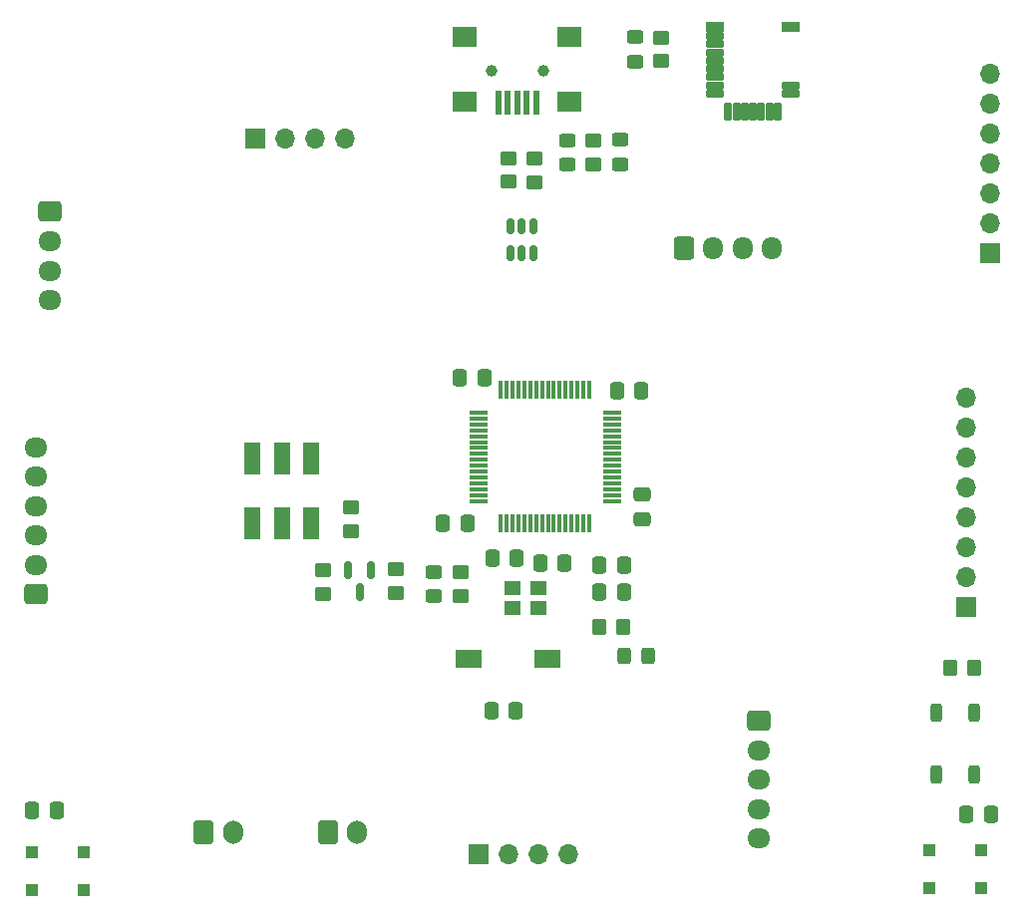
<source format=gbr>
%TF.GenerationSoftware,KiCad,Pcbnew,9.0.0*%
%TF.CreationDate,2025-05-06T13:44:15-06:00*%
%TF.ProjectId,2025_04_STM32F103_RobotBrain,32303235-5f30-4345-9f53-544d33324631,rev?*%
%TF.SameCoordinates,Original*%
%TF.FileFunction,Soldermask,Top*%
%TF.FilePolarity,Negative*%
%FSLAX46Y46*%
G04 Gerber Fmt 4.6, Leading zero omitted, Abs format (unit mm)*
G04 Created by KiCad (PCBNEW 9.0.0) date 2025-05-06 13:44:15*
%MOMM*%
%LPD*%
G01*
G04 APERTURE LIST*
G04 Aperture macros list*
%AMRoundRect*
0 Rectangle with rounded corners*
0 $1 Rounding radius*
0 $2 $3 $4 $5 $6 $7 $8 $9 X,Y pos of 4 corners*
0 Add a 4 corners polygon primitive as box body*
4,1,4,$2,$3,$4,$5,$6,$7,$8,$9,$2,$3,0*
0 Add four circle primitives for the rounded corners*
1,1,$1+$1,$2,$3*
1,1,$1+$1,$4,$5*
1,1,$1+$1,$6,$7*
1,1,$1+$1,$8,$9*
0 Add four rect primitives between the rounded corners*
20,1,$1+$1,$2,$3,$4,$5,0*
20,1,$1+$1,$4,$5,$6,$7,0*
20,1,$1+$1,$6,$7,$8,$9,0*
20,1,$1+$1,$8,$9,$2,$3,0*%
G04 Aperture macros list end*
%ADD10O,1.700000X1.700000*%
%ADD11R,1.700000X1.700000*%
%ADD12RoundRect,0.250000X-0.450000X0.350000X-0.450000X-0.350000X0.450000X-0.350000X0.450000X0.350000X0*%
%ADD13RoundRect,0.075000X0.075000X-0.700000X0.075000X0.700000X-0.075000X0.700000X-0.075000X-0.700000X0*%
%ADD14RoundRect,0.075000X0.700000X-0.075000X0.700000X0.075000X-0.700000X0.075000X-0.700000X-0.075000X0*%
%ADD15RoundRect,0.250000X0.450000X-0.350000X0.450000X0.350000X-0.450000X0.350000X-0.450000X-0.350000X0*%
%ADD16RoundRect,0.250000X-0.337500X-0.475000X0.337500X-0.475000X0.337500X0.475000X-0.337500X0.475000X0*%
%ADD17RoundRect,0.250000X-0.600000X-0.750000X0.600000X-0.750000X0.600000X0.750000X-0.600000X0.750000X0*%
%ADD18O,1.700000X2.000000*%
%ADD19RoundRect,0.250000X-0.725000X0.600000X-0.725000X-0.600000X0.725000X-0.600000X0.725000X0.600000X0*%
%ADD20O,1.950000X1.700000*%
%ADD21RoundRect,0.250000X0.450000X-0.325000X0.450000X0.325000X-0.450000X0.325000X-0.450000X-0.325000X0*%
%ADD22RoundRect,0.150000X-0.150000X0.587500X-0.150000X-0.587500X0.150000X-0.587500X0.150000X0.587500X0*%
%ADD23RoundRect,0.250000X-0.450000X0.325000X-0.450000X-0.325000X0.450000X-0.325000X0.450000X0.325000X0*%
%ADD24RoundRect,0.250000X-0.350000X-0.450000X0.350000X-0.450000X0.350000X0.450000X-0.350000X0.450000X0*%
%ADD25R,1.000000X1.000000*%
%ADD26RoundRect,0.250000X0.337500X0.475000X-0.337500X0.475000X-0.337500X-0.475000X0.337500X-0.475000X0*%
%ADD27RoundRect,0.250000X0.350000X0.450000X-0.350000X0.450000X-0.350000X-0.450000X0.350000X-0.450000X0*%
%ADD28RoundRect,0.102000X-0.700000X-0.300000X0.700000X-0.300000X0.700000X0.300000X-0.700000X0.300000X0*%
%ADD29RoundRect,0.102000X-0.700000X-0.200000X0.700000X-0.200000X0.700000X0.200000X-0.700000X0.200000X0*%
%ADD30RoundRect,0.102000X-0.200000X-0.700000X0.200000X-0.700000X0.200000X0.700000X-0.200000X0.700000X0*%
%ADD31RoundRect,0.250000X-0.475000X0.337500X-0.475000X-0.337500X0.475000X-0.337500X0.475000X0.337500X0*%
%ADD32RoundRect,0.150000X-0.150000X0.512500X-0.150000X-0.512500X0.150000X-0.512500X0.150000X0.512500X0*%
%ADD33O,1.700000X1.950000*%
%ADD34RoundRect,0.250000X-0.600000X-0.725000X0.600000X-0.725000X0.600000X0.725000X-0.600000X0.725000X0*%
%ADD35R,1.400000X1.200000*%
%ADD36R,2.300000X1.500000*%
%ADD37RoundRect,0.250000X0.325000X0.450000X-0.325000X0.450000X-0.325000X-0.450000X0.325000X-0.450000X0*%
%ADD38RoundRect,0.250000X0.725000X-0.600000X0.725000X0.600000X-0.725000X0.600000X-0.725000X-0.600000X0*%
%ADD39RoundRect,0.250000X-0.250000X0.525000X-0.250000X-0.525000X0.250000X-0.525000X0.250000X0.525000X0*%
%ADD40RoundRect,0.102000X-0.600000X-1.250000X0.600000X-1.250000X0.600000X1.250000X-0.600000X1.250000X0*%
%ADD41C,1.000000*%
%ADD42R,0.500000X2.000000*%
%ADD43R,2.000000X1.700000*%
G04 APERTURE END LIST*
D10*
%TO.C,J4*%
X123780000Y-40040000D03*
X121240000Y-40040000D03*
X118700000Y-40040000D03*
D11*
X116160000Y-40040000D03*
%TD*%
D12*
%TO.C,R2*%
X137680000Y-41715000D03*
X137680000Y-43715000D03*
%TD*%
D13*
%TO.C,U1*%
X136990000Y-72760000D03*
X137490000Y-72760000D03*
X137990000Y-72760000D03*
X138490000Y-72760000D03*
X138990000Y-72760000D03*
X139490000Y-72760000D03*
X139990000Y-72760000D03*
X140490000Y-72760000D03*
X140990000Y-72760000D03*
X141490000Y-72760000D03*
X141990000Y-72760000D03*
X142490000Y-72760000D03*
X142990000Y-72760000D03*
X143490000Y-72760000D03*
X143990000Y-72760000D03*
X144490000Y-72760000D03*
D14*
X146415000Y-70835000D03*
X146415000Y-70335000D03*
X146415000Y-69835000D03*
X146415000Y-69335000D03*
X146415000Y-68835000D03*
X146415000Y-68335000D03*
X146415000Y-67835000D03*
X146415000Y-67335000D03*
X146415000Y-66835000D03*
X146415000Y-66335000D03*
X146415000Y-65835000D03*
X146415000Y-65335000D03*
X146415000Y-64835000D03*
X146415000Y-64335000D03*
X146415000Y-63835000D03*
X146415000Y-63335000D03*
D13*
X144490000Y-61410000D03*
X143990000Y-61410000D03*
X143490000Y-61410000D03*
X142990000Y-61410000D03*
X142490000Y-61410000D03*
X141990000Y-61410000D03*
X141490000Y-61410000D03*
X140990000Y-61410000D03*
X140490000Y-61410000D03*
X139990000Y-61410000D03*
X139490000Y-61410000D03*
X138990000Y-61410000D03*
X138490000Y-61410000D03*
X137990000Y-61410000D03*
X137490000Y-61410000D03*
X136990000Y-61410000D03*
D14*
X135065000Y-63335000D03*
X135065000Y-63835000D03*
X135065000Y-64335000D03*
X135065000Y-64835000D03*
X135065000Y-65335000D03*
X135065000Y-65835000D03*
X135065000Y-66335000D03*
X135065000Y-66835000D03*
X135065000Y-67335000D03*
X135065000Y-67835000D03*
X135065000Y-68335000D03*
X135065000Y-68835000D03*
X135065000Y-69335000D03*
X135065000Y-69835000D03*
X135065000Y-70335000D03*
X135065000Y-70835000D03*
%TD*%
D15*
%TO.C,R9*%
X121900000Y-78700000D03*
X121900000Y-76700000D03*
%TD*%
%TO.C,R3*%
X139860000Y-43735000D03*
X139860000Y-41735000D03*
%TD*%
D16*
%TO.C,C12*%
X97200000Y-97150000D03*
X99275000Y-97150000D03*
%TD*%
D17*
%TO.C,J6*%
X122300000Y-99000000D03*
D18*
X124800000Y-99000000D03*
%TD*%
D11*
%TO.C,J9*%
X178500000Y-49800000D03*
D10*
X178500000Y-47260000D03*
X178500000Y-44720000D03*
X178500000Y-42180000D03*
X178500000Y-39640000D03*
X178500000Y-37100000D03*
X178500000Y-34560000D03*
%TD*%
D19*
%TO.C,J8*%
X158900000Y-89500000D03*
D20*
X158900000Y-92000000D03*
X158900000Y-94500000D03*
X158900000Y-97000000D03*
X158900000Y-99500000D03*
%TD*%
D11*
%TO.C,J2*%
X176465000Y-79835000D03*
D10*
X176465000Y-77295000D03*
X176465000Y-74755000D03*
X176465000Y-72215000D03*
X176465000Y-69675000D03*
X176465000Y-67135000D03*
X176465000Y-64595000D03*
X176465000Y-62055000D03*
%TD*%
D21*
%TO.C,D4*%
X148410000Y-33500000D03*
X148410000Y-31450000D03*
%TD*%
D22*
%TO.C,Q1*%
X125950000Y-76725000D03*
X124050000Y-76725000D03*
X125000000Y-78600000D03*
%TD*%
D23*
%TO.C,D3*%
X131330000Y-76860000D03*
X131330000Y-78910000D03*
%TD*%
D24*
%TO.C,R5*%
X145347500Y-81570000D03*
X147347500Y-81570000D03*
%TD*%
D25*
%TO.C,LED1*%
X97150000Y-100700000D03*
X97150000Y-103900000D03*
X101550000Y-103900000D03*
X101550000Y-100700000D03*
%TD*%
D23*
%TO.C,F1*%
X142670000Y-40210000D03*
X142670000Y-42260000D03*
%TD*%
D26*
%TO.C,C9*%
X138337500Y-75730000D03*
X136262500Y-75730000D03*
%TD*%
D15*
%TO.C,R10*%
X128100000Y-78632500D03*
X128100000Y-76632500D03*
%TD*%
D27*
%TO.C,R8*%
X177150000Y-85000000D03*
X175150000Y-85000000D03*
%TD*%
D19*
%TO.C,J11*%
X98720000Y-46270000D03*
D20*
X98720000Y-48770000D03*
X98720000Y-51270000D03*
X98720000Y-53770000D03*
%TD*%
D28*
%TO.C,MDBT42T-AT1*%
X155200000Y-30540000D03*
D29*
X155200000Y-31340000D03*
X155200000Y-32040000D03*
X155200000Y-32740000D03*
X155200000Y-33440000D03*
X155200000Y-34140000D03*
X155200000Y-34840000D03*
X155200000Y-35540000D03*
X155200000Y-36240000D03*
D30*
X156300000Y-37740000D03*
X157000000Y-37740000D03*
X157700000Y-37740000D03*
X158400000Y-37740000D03*
X159100000Y-37740000D03*
X159800000Y-37740000D03*
X160500000Y-37740000D03*
D29*
X161600000Y-36240000D03*
X161600000Y-35540000D03*
D28*
X161600000Y-30540000D03*
%TD*%
D26*
%TO.C,C2*%
X135577500Y-60340000D03*
X133502500Y-60340000D03*
%TD*%
D12*
%TO.C,R6*%
X133600000Y-76885000D03*
X133600000Y-78885000D03*
%TD*%
D15*
%TO.C,R7*%
X150640000Y-33475000D03*
X150640000Y-31475000D03*
%TD*%
D31*
%TO.C,C4*%
X148960000Y-70302500D03*
X148960000Y-72377500D03*
%TD*%
D32*
%TO.C,U2*%
X139730000Y-47510000D03*
X138780000Y-47510000D03*
X137830000Y-47510000D03*
X137830000Y-49785000D03*
X138780000Y-49785000D03*
X139730000Y-49785000D03*
%TD*%
D16*
%TO.C,C5*%
X145352500Y-76290000D03*
X147427500Y-76290000D03*
%TD*%
D11*
%TO.C,J3*%
X135110000Y-100850000D03*
D10*
X137650000Y-100850000D03*
X140190000Y-100850000D03*
X142730000Y-100850000D03*
%TD*%
D33*
%TO.C,J7*%
X160010000Y-49370000D03*
X157510000Y-49370000D03*
X155010000Y-49370000D03*
D34*
X152510000Y-49370000D03*
%TD*%
D35*
%TO.C,Y2*%
X137952500Y-79920000D03*
X140152500Y-79920000D03*
X140152500Y-78220000D03*
X137952500Y-78220000D03*
%TD*%
D36*
%TO.C,SW1*%
X134220000Y-84280000D03*
X140920000Y-84280000D03*
%TD*%
D16*
%TO.C,C6*%
X145352500Y-78580000D03*
X147427500Y-78580000D03*
%TD*%
D17*
%TO.C,J5*%
X111750000Y-98975000D03*
D18*
X114250000Y-98975000D03*
%TD*%
D37*
%TO.C,D2*%
X149492500Y-83950000D03*
X147442500Y-83950000D03*
%TD*%
D26*
%TO.C,C1*%
X134137500Y-72690000D03*
X132062500Y-72690000D03*
%TD*%
D25*
%TO.C,LED2*%
X177760000Y-103740000D03*
X177760000Y-100540000D03*
X173360000Y-100540000D03*
X173360000Y-103740000D03*
%TD*%
D16*
%TO.C,C8*%
X140312500Y-76140000D03*
X142387500Y-76140000D03*
%TD*%
D12*
%TO.C,R1*%
X124300000Y-71400000D03*
X124300000Y-73400000D03*
%TD*%
D38*
%TO.C,J10*%
X97510000Y-78760000D03*
D20*
X97510000Y-76260000D03*
X97510000Y-73760000D03*
X97510000Y-71260000D03*
X97510000Y-68760000D03*
X97510000Y-66260000D03*
%TD*%
D16*
%TO.C,C3*%
X146862500Y-61450000D03*
X148937500Y-61450000D03*
%TD*%
D39*
%TO.C,SW2*%
X177200000Y-88835000D03*
X177200000Y-94085000D03*
X174000000Y-88835000D03*
X174000000Y-94085000D03*
%TD*%
D21*
%TO.C,D1*%
X147160000Y-42210000D03*
X147160000Y-40160000D03*
%TD*%
D40*
%TO.C,S1*%
X115900000Y-72750000D03*
X118400000Y-72750000D03*
X120900000Y-72750000D03*
X115900000Y-67250000D03*
X118400000Y-67250000D03*
X120900000Y-67250000D03*
%TD*%
D26*
%TO.C,C11*%
X178587500Y-97450000D03*
X176512500Y-97450000D03*
%TD*%
D41*
%TO.C,J1*%
X140580000Y-34300000D03*
X136180000Y-34300000D03*
D42*
X139980000Y-37000000D03*
X139180000Y-37000000D03*
X138380000Y-37000000D03*
X137580000Y-37000000D03*
X136780000Y-37000000D03*
D43*
X142830000Y-36900000D03*
X142830000Y-31450000D03*
X133930000Y-36900000D03*
X133930000Y-31450000D03*
%TD*%
D26*
%TO.C,C7*%
X138247500Y-88630000D03*
X136172500Y-88630000D03*
%TD*%
D15*
%TO.C,R4*%
X144880000Y-42215000D03*
X144880000Y-40215000D03*
%TD*%
M02*

</source>
